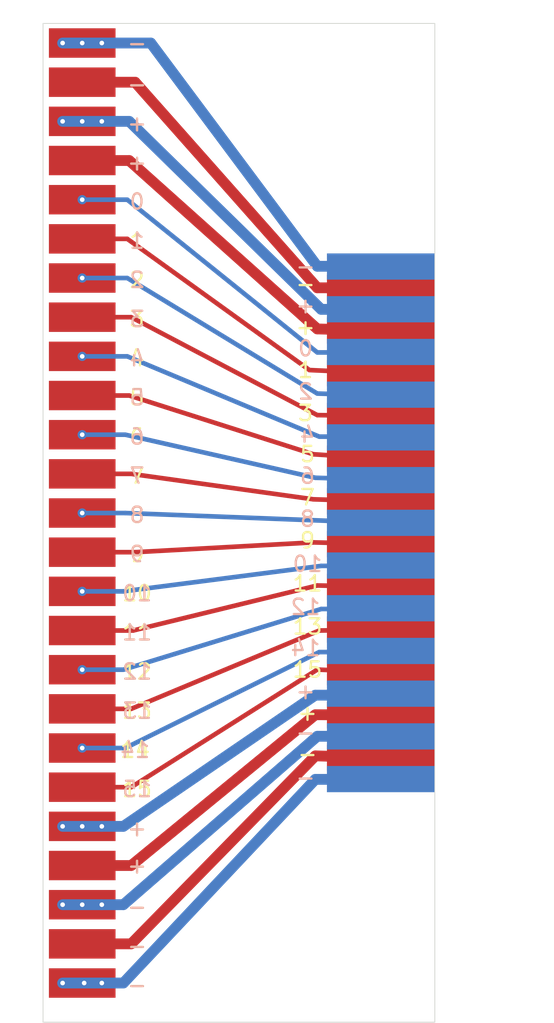
<source format=kicad_pcb>
(kicad_pcb (version 20171130) (host pcbnew 5.1.5+dfsg1-2build2)

  (general
    (thickness 1.6)
    (drawings 81)
    (tracks 102)
    (zones 0)
    (modules 2)
    (nets 21)
  )

  (page A4)
  (layers
    (0 F.Cu signal)
    (31 B.Cu signal)
    (32 B.Adhes user)
    (33 F.Adhes user)
    (34 B.Paste user)
    (35 F.Paste user)
    (36 B.SilkS user)
    (37 F.SilkS user)
    (38 B.Mask user)
    (39 F.Mask user)
    (40 Dwgs.User user)
    (41 Cmts.User user)
    (42 Eco1.User user)
    (43 Eco2.User user)
    (44 Edge.Cuts user)
    (45 Margin user)
    (46 B.CrtYd user)
    (47 F.CrtYd user)
    (48 B.Fab user)
    (49 F.Fab user)
  )

  (setup
    (last_trace_width 0.25)
    (user_trace_width 0.3)
    (user_trace_width 0.5)
    (user_trace_width 0.7)
    (trace_clearance 0.2)
    (zone_clearance 0.508)
    (zone_45_only no)
    (trace_min 0.2)
    (via_size 0.8)
    (via_drill 0.4)
    (via_min_size 0.4)
    (via_min_drill 0.3)
    (user_via 0.6 0.3)
    (uvia_size 0.3)
    (uvia_drill 0.1)
    (uvias_allowed no)
    (uvia_min_size 0.2)
    (uvia_min_drill 0.1)
    (edge_width 0.05)
    (segment_width 0.2)
    (pcb_text_width 0.3)
    (pcb_text_size 1.5 1.5)
    (mod_edge_width 0.12)
    (mod_text_size 1 1)
    (mod_text_width 0.15)
    (pad_size 1.524 1.524)
    (pad_drill 0.762)
    (pad_to_mask_clearance 0.051)
    (solder_mask_min_width 0.25)
    (aux_axis_origin 0 0)
    (visible_elements FFFFF77F)
    (pcbplotparams
      (layerselection 0x010fc_ffffffff)
      (usegerberextensions false)
      (usegerberattributes false)
      (usegerberadvancedattributes false)
      (creategerberjobfile false)
      (excludeedgelayer true)
      (linewidth 0.100000)
      (plotframeref false)
      (viasonmask false)
      (mode 1)
      (useauxorigin false)
      (hpglpennumber 1)
      (hpglpenspeed 20)
      (hpglpendiameter 15.000000)
      (psnegative false)
      (psa4output false)
      (plotreference true)
      (plotvalue true)
      (plotinvisibletext false)
      (padsonsilk false)
      (subtractmaskfromsilk false)
      (outputformat 1)
      (mirror false)
      (drillshape 1)
      (scaleselection 1)
      (outputdirectory ""))
  )

  (net 0 "")
  (net 1 L15)
  (net 2 L13)
  (net 3 L11)
  (net 4 L9)
  (net 5 L7)
  (net 6 L5)
  (net 7 L3)
  (net 8 L1)
  (net 9 L14)
  (net 10 L12)
  (net 11 L10)
  (net 12 L8)
  (net 13 L6)
  (net 14 L4)
  (net 15 L2)
  (net 16 L0)
  (net 17 VM8_15)
  (net 18 VP8_15)
  (net 19 VP0_7)
  (net 20 VM0_7)

  (net_class Default "This is the default net class."
    (clearance 0.2)
    (trace_width 0.25)
    (via_dia 0.8)
    (via_drill 0.4)
    (uvia_dia 0.3)
    (uvia_drill 0.1)
    (add_net L0)
    (add_net L1)
    (add_net L10)
    (add_net L11)
    (add_net L12)
    (add_net L13)
    (add_net L14)
    (add_net L15)
    (add_net L2)
    (add_net L3)
    (add_net L4)
    (add_net L5)
    (add_net L6)
    (add_net L7)
    (add_net L8)
    (add_net L9)
    (add_net VM0_7)
    (add_net VM8_15)
    (add_net VP0_7)
    (add_net VP8_15)
  )

  (module plc88:Connector_1x25_381_edge (layer F.Cu) (tedit 63628380) (tstamp 6362E948)
    (at 111.76 71.12)
    (path /63628342)
    (fp_text reference J2 (at 0 0.5) (layer F.SilkS) hide
      (effects (font (size 1 1) (thickness 0.15)))
    )
    (fp_text value Conn_01x25 (at 0 -0.5) (layer F.Fab) hide
      (effects (font (size 1 1) (thickness 0.15)))
    )
    (pad 25 smd rect (at 5.08 63.5) (size 4.32 1.91) (layers F.Cu F.Paste F.Mask)
      (net 17 VM8_15))
    (pad 24 smd rect (at 5.08 60.96) (size 4.32 1.91) (layers F.Cu F.Paste F.Mask)
      (net 17 VM8_15))
    (pad 23 smd rect (at 5.08 58.42) (size 4.32 1.91) (layers F.Cu F.Paste F.Mask)
      (net 17 VM8_15))
    (pad 22 smd rect (at 5.08 55.88) (size 4.32 1.91) (layers F.Cu F.Paste F.Mask)
      (net 18 VP8_15))
    (pad 21 smd rect (at 5.08 53.34) (size 4.32 1.91) (layers F.Cu F.Paste F.Mask)
      (net 18 VP8_15))
    (pad 20 smd rect (at 5.08 50.8) (size 4.32 1.91) (layers F.Cu F.Paste F.Mask)
      (net 1 L15))
    (pad 19 smd rect (at 5.08 48.26) (size 4.32 1.91) (layers F.Cu F.Paste F.Mask)
      (net 9 L14))
    (pad 18 smd rect (at 5.08 45.72) (size 4.32 1.91) (layers F.Cu F.Paste F.Mask)
      (net 2 L13))
    (pad 17 smd rect (at 5.08 43.18) (size 4.32 1.91) (layers F.Cu F.Paste F.Mask)
      (net 10 L12))
    (pad 16 smd rect (at 5.08 40.64) (size 4.32 1.91) (layers F.Cu F.Paste F.Mask)
      (net 3 L11))
    (pad 15 smd rect (at 5.08 38.1) (size 4.32 1.91) (layers F.Cu F.Paste F.Mask)
      (net 11 L10))
    (pad 14 smd rect (at 5.08 35.56) (size 4.32 1.91) (layers F.Cu F.Paste F.Mask)
      (net 4 L9))
    (pad 13 smd rect (at 5.08 33.02) (size 4.32 1.91) (layers F.Cu F.Paste F.Mask)
      (net 12 L8))
    (pad 12 smd rect (at 5.08 30.48) (size 4.32 1.91) (layers F.Cu F.Paste F.Mask)
      (net 5 L7))
    (pad 11 smd rect (at 5.08 27.94) (size 4.32 1.91) (layers F.Cu F.Paste F.Mask)
      (net 13 L6))
    (pad 10 smd rect (at 5.08 25.4) (size 4.32 1.91) (layers F.Cu F.Paste F.Mask)
      (net 6 L5))
    (pad 9 smd rect (at 5.08 22.86) (size 4.32 1.91) (layers F.Cu F.Paste F.Mask)
      (net 14 L4))
    (pad 8 smd rect (at 5.08 20.32) (size 4.32 1.91) (layers F.Cu F.Paste F.Mask)
      (net 7 L3))
    (pad 7 smd rect (at 5.08 17.78) (size 4.32 1.91) (layers F.Cu F.Paste F.Mask)
      (net 15 L2))
    (pad 6 smd rect (at 5.08 15.24) (size 4.32 1.91) (layers F.Cu F.Paste F.Mask)
      (net 8 L1))
    (pad 5 smd rect (at 5.08 12.7) (size 4.32 1.91) (layers F.Cu F.Paste F.Mask)
      (net 16 L0))
    (pad 4 smd rect (at 5.08 10.16) (size 4.32 1.91) (layers F.Cu F.Paste F.Mask)
      (net 19 VP0_7))
    (pad 3 smd rect (at 5.08 7.62) (size 4.32 1.91) (layers F.Cu F.Paste F.Mask)
      (net 19 VP0_7))
    (pad 2 smd rect (at 5.08 5.08) (size 4.32 1.91) (layers F.Cu F.Paste F.Mask)
      (net 20 VM0_7))
    (pad 1 smd rect (at 5.08 2.54) (size 4.32 1.91) (layers F.Cu F.Paste F.Mask)
      (net 20 VM0_7))
  )

  (module plc88:dsub25_edge (layer F.Cu) (tedit 6395AFCB) (tstamp 6362E92B)
    (at 132.715 85.665)
    (path /6363B9DD)
    (fp_text reference J1 (at 11.8364 -1.2526) (layer F.SilkS) hide
      (effects (font (size 1 1) (thickness 0.15)))
    )
    (fp_text value DB25 (at 11.8364 -2.2526) (layer F.Fab) hide
      (effects (font (size 1 1) (thickness 0.15)))
    )
    (pad 25 smd rect (at 3.49 34.34) (size 7 1.7) (layers F.Cu F.Paste F.Mask)
      (net 17 VM8_15))
    (pad 24 smd rect (at 3.49 31.57) (size 7 1.7) (layers F.Cu F.Paste F.Mask)
      (net 18 VP8_15))
    (pad 23 smd rect (at 3.49 28.8) (size 7 1.7) (layers F.Cu F.Paste F.Mask)
      (net 1 L15))
    (pad 22 smd rect (at 3.49 26.03) (size 7 1.7) (layers F.Cu F.Paste F.Mask)
      (net 2 L13))
    (pad 21 smd rect (at 3.49 23.26) (size 7 1.7) (layers F.Cu F.Paste F.Mask)
      (net 3 L11))
    (pad 20 smd rect (at 3.49 20.49) (size 7 1.7) (layers F.Cu F.Paste F.Mask)
      (net 4 L9))
    (pad 19 smd rect (at 3.49 17.72) (size 7 1.7) (layers F.Cu F.Paste F.Mask)
      (net 5 L7))
    (pad 18 smd rect (at 3.49 14.95) (size 7 1.7) (layers F.Cu F.Paste F.Mask)
      (net 6 L5))
    (pad 17 smd rect (at 3.49 12.18) (size 7 1.7) (layers F.Cu F.Paste F.Mask)
      (net 7 L3))
    (pad 16 smd rect (at 3.49 9.41) (size 7 1.7) (layers F.Cu F.Paste F.Mask)
      (net 8 L1))
    (pad 15 smd rect (at 3.49 6.64) (size 7 1.7) (layers F.Cu F.Paste F.Mask)
      (net 19 VP0_7))
    (pad 14 smd rect (at 3.49 3.87) (size 7 1.7) (layers F.Cu F.Paste F.Mask)
      (net 20 VM0_7))
    (pad 13 smd rect (at 3.49 35.73) (size 7 1.7) (layers B.Cu B.Paste B.Mask)
      (net 17 VM8_15))
    (pad 12 smd rect (at 3.49 32.96) (size 7 1.7) (layers B.Cu B.Paste B.Mask)
      (net 17 VM8_15))
    (pad 11 smd rect (at 3.49 30.19) (size 7 1.7) (layers B.Cu B.Paste B.Mask)
      (net 18 VP8_15))
    (pad 10 smd rect (at 3.49 27.42) (size 7 1.7) (layers B.Cu B.Paste B.Mask)
      (net 9 L14))
    (pad 9 smd rect (at 3.49 24.65) (size 7 1.7) (layers B.Cu B.Paste B.Mask)
      (net 10 L12))
    (pad 8 smd rect (at 3.49 21.88) (size 7 1.7) (layers B.Cu B.Paste B.Mask)
      (net 11 L10))
    (pad 7 smd rect (at 3.49 19.11) (size 7 1.7) (layers B.Cu B.Paste B.Mask)
      (net 12 L8))
    (pad 6 smd rect (at 3.49 16.34) (size 7 1.7) (layers B.Cu B.Paste B.Mask)
      (net 13 L6))
    (pad 5 smd rect (at 3.49 13.57) (size 7 1.7) (layers B.Cu B.Paste B.Mask)
      (net 14 L4))
    (pad 4 smd rect (at 3.49 10.8) (size 7 1.7) (layers B.Cu B.Paste B.Mask)
      (net 15 L2))
    (pad 3 smd rect (at 3.49 8.03) (size 7 1.7) (layers B.Cu B.Paste B.Mask)
      (net 16 L0))
    (pad 2 smd rect (at 3.49 5.26) (size 7 1.7) (layers B.Cu B.Paste B.Mask)
      (net 19 VP0_7))
    (pad 1 smd rect (at 3.49 2.49) (size 7 1.7) (layers B.Cu B.Paste B.Mask)
      (net 20 VM0_7))
  )

  (gr_text - (at 131.318 88.138) (layer B.SilkS)
    (effects (font (size 1 1) (thickness 0.15)) (justify mirror))
  )
  (gr_text + (at 131.318 90.678) (layer B.SilkS)
    (effects (font (size 1 1) (thickness 0.15)) (justify mirror))
  )
  (gr_text 0 (at 131.318 93.472) (layer B.SilkS)
    (effects (font (size 1 1) (thickness 0.15)) (justify mirror))
  )
  (gr_text 2 (at 131.318 96.266) (layer B.SilkS)
    (effects (font (size 1 1) (thickness 0.15)) (justify mirror))
  )
  (gr_text 4 (at 131.445 99.06) (layer B.SilkS)
    (effects (font (size 1 1) (thickness 0.15)) (justify mirror))
  )
  (gr_text 6 (at 131.445 101.727) (layer B.SilkS)
    (effects (font (size 1 1) (thickness 0.15)) (justify mirror))
  )
  (gr_text 8 (at 131.445 104.521) (layer B.SilkS)
    (effects (font (size 1 1) (thickness 0.15)) (justify mirror))
  )
  (gr_text 10 (at 131.445 107.442) (layer B.SilkS)
    (effects (font (size 1 1) (thickness 0.15)) (justify mirror))
  )
  (gr_text 12 (at 131.318 110.236) (layer B.SilkS)
    (effects (font (size 1 1) (thickness 0.15)) (justify mirror))
  )
  (gr_text 14 (at 131.318 112.903) (layer B.SilkS)
    (effects (font (size 1 1) (thickness 0.15)) (justify mirror))
  )
  (gr_text + (at 131.318 115.697) (layer B.SilkS)
    (effects (font (size 1 1) (thickness 0.15)) (justify mirror))
  )
  (gr_text - (at 131.318 118.364) (layer B.SilkS)
    (effects (font (size 1 1) (thickness 0.15)) (justify mirror))
  )
  (gr_text - (at 131.318 121.285) (layer B.SilkS)
    (effects (font (size 1 1) (thickness 0.15)) (justify mirror))
  )
  (gr_text - (at 131.445 119.761) (layer F.SilkS)
    (effects (font (size 1 1) (thickness 0.15)))
  )
  (gr_text + (at 131.445 117.094) (layer F.SilkS)
    (effects (font (size 1 1) (thickness 0.15)))
  )
  (gr_text 15 (at 131.445 114.3) (layer F.SilkS)
    (effects (font (size 1 1) (thickness 0.15)))
  )
  (gr_text 13 (at 131.445 111.506) (layer F.SilkS)
    (effects (font (size 1 1) (thickness 0.15)))
  )
  (gr_text 11 (at 131.445 108.712) (layer F.SilkS)
    (effects (font (size 1 1) (thickness 0.15)))
  )
  (gr_text 9 (at 131.445 105.918) (layer F.SilkS)
    (effects (font (size 1 1) (thickness 0.15)))
  )
  (gr_text 7 (at 131.445 103.124) (layer F.SilkS)
    (effects (font (size 1 1) (thickness 0.15)))
  )
  (gr_text 5 (at 131.445 100.33) (layer F.SilkS)
    (effects (font (size 1 1) (thickness 0.15)))
  )
  (gr_text 3 (at 131.318 97.663) (layer F.SilkS)
    (effects (font (size 1 1) (thickness 0.15)))
  )
  (gr_text 1 (at 131.318 94.869) (layer F.SilkS)
    (effects (font (size 1 1) (thickness 0.15)))
  )
  (gr_text + (at 131.318 92.075) (layer F.SilkS)
    (effects (font (size 1 1) (thickness 0.15)))
  )
  (gr_text - (at 131.318 89.281) (layer F.SilkS)
    (effects (font (size 1 1) (thickness 0.15)))
  )
  (gr_text 9 (at 120.396 106.807) (layer B.SilkS) (tstamp 6362ED92)
    (effects (font (size 1 1) (thickness 0.15)) (justify mirror))
  )
  (gr_text 10 (at 120.396 109.347) (layer B.SilkS) (tstamp 6362ED91)
    (effects (font (size 1 1) (thickness 0.15)) (justify mirror))
  )
  (gr_text 8 (at 120.396 104.267) (layer B.SilkS) (tstamp 6362ED90)
    (effects (font (size 1 1) (thickness 0.15)) (justify mirror))
  )
  (gr_text 11 (at 120.396 111.887) (layer B.SilkS) (tstamp 6362ED8F)
    (effects (font (size 1 1) (thickness 0.15)) (justify mirror))
  )
  (gr_text 4 (at 120.396 94.107) (layer B.SilkS) (tstamp 6362ED8E)
    (effects (font (size 1 1) (thickness 0.15)) (justify mirror))
  )
  (gr_text 3 (at 120.396 91.567) (layer B.SilkS) (tstamp 6362ED8D)
    (effects (font (size 1 1) (thickness 0.15)) (justify mirror))
  )
  (gr_text - (at 120.396 73.66) (layer B.SilkS) (tstamp 6362ED8C)
    (effects (font (size 1 1) (thickness 0.15)) (justify mirror))
  )
  (gr_text 12 (at 120.396 114.427) (layer B.SilkS) (tstamp 6362ED8B)
    (effects (font (size 1 1) (thickness 0.15)) (justify mirror))
  )
  (gr_text + (at 120.396 127) (layer B.SilkS) (tstamp 6362ED8A)
    (effects (font (size 1 1) (thickness 0.15)) (justify mirror))
  )
  (gr_text 13 (at 120.396 116.967) (layer B.SilkS) (tstamp 6362ED89)
    (effects (font (size 1 1) (thickness 0.15)) (justify mirror))
  )
  (gr_text - (at 120.396 76.327) (layer B.SilkS) (tstamp 6362ED88)
    (effects (font (size 1 1) (thickness 0.15)) (justify mirror))
  )
  (gr_text + (at 120.396 124.587) (layer B.SilkS) (tstamp 6362ED87)
    (effects (font (size 1 1) (thickness 0.15)) (justify mirror))
  )
  (gr_text 1 (at 120.396 86.487) (layer B.SilkS) (tstamp 6362ED86)
    (effects (font (size 1 1) (thickness 0.15)) (justify mirror))
  )
  (gr_text - (at 120.396 134.747) (layer B.SilkS) (tstamp 6362ED84)
    (effects (font (size 1 1) (thickness 0.15)) (justify mirror))
  )
  (gr_text - (at 120.396 129.667) (layer B.SilkS) (tstamp 6362ED83)
    (effects (font (size 1 1) (thickness 0.15)) (justify mirror))
  )
  (gr_text 6 (at 120.396 99.187) (layer B.SilkS) (tstamp 6362ED82)
    (effects (font (size 1 1) (thickness 0.15)) (justify mirror))
  )
  (gr_text 5 (at 120.396 96.647) (layer B.SilkS) (tstamp 6362ED81)
    (effects (font (size 1 1) (thickness 0.15)) (justify mirror))
  )
  (gr_text 2 (at 120.396 89.027) (layer B.SilkS) (tstamp 6362ED80)
    (effects (font (size 1 1) (thickness 0.15)) (justify mirror))
  )
  (gr_text 7 (at 120.396 101.727) (layer B.SilkS) (tstamp 6362ED7F)
    (effects (font (size 1 1) (thickness 0.15)) (justify mirror))
  )
  (gr_text 14 (at 120.269 119.507) (layer B.SilkS) (tstamp 6362ED7E)
    (effects (font (size 1 1) (thickness 0.15)) (justify mirror))
  )
  (gr_text + (at 120.396 81.407) (layer B.SilkS) (tstamp 6362ED7D)
    (effects (font (size 1 1) (thickness 0.15)) (justify mirror))
  )
  (gr_text + (at 120.396 78.867) (layer B.SilkS) (tstamp 6362ED7C)
    (effects (font (size 1 1) (thickness 0.15)) (justify mirror))
  )
  (gr_text - (at 120.396 132.207) (layer B.SilkS) (tstamp 6362ED7B)
    (effects (font (size 1 1) (thickness 0.15)) (justify mirror))
  )
  (gr_text 0 (at 120.396 83.947) (layer B.SilkS) (tstamp 6362ED7A)
    (effects (font (size 1 1) (thickness 0.15)) (justify mirror))
  )
  (gr_text 15 (at 120.396 122.047) (layer B.SilkS) (tstamp 6362ED79)
    (effects (font (size 1 1) (thickness 0.15)) (justify mirror))
  )
  (gr_text 15 (at 120.396 122.047) (layer F.SilkS)
    (effects (font (size 1 1) (thickness 0.15)))
  )
  (gr_text 14 (at 120.269 119.507) (layer F.SilkS)
    (effects (font (size 1 1) (thickness 0.15)))
  )
  (gr_text 13 (at 120.396 116.967) (layer F.SilkS)
    (effects (font (size 1 1) (thickness 0.15)))
  )
  (gr_text 12 (at 120.396 114.427) (layer F.SilkS)
    (effects (font (size 1 1) (thickness 0.15)))
  )
  (gr_text 11 (at 120.396 111.887) (layer F.SilkS)
    (effects (font (size 1 1) (thickness 0.15)))
  )
  (gr_text 10 (at 120.396 109.347) (layer F.SilkS)
    (effects (font (size 1 1) (thickness 0.15)))
  )
  (gr_text 9 (at 120.396 106.807) (layer F.SilkS)
    (effects (font (size 1 1) (thickness 0.15)))
  )
  (gr_text 8 (at 120.396 104.267) (layer F.SilkS)
    (effects (font (size 1 1) (thickness 0.15)))
  )
  (gr_text 7 (at 120.396 101.727) (layer F.SilkS)
    (effects (font (size 1 1) (thickness 0.15)))
  )
  (gr_text 6 (at 120.396 99.187) (layer F.SilkS)
    (effects (font (size 1 1) (thickness 0.15)))
  )
  (gr_text 5 (at 120.396 96.647) (layer F.SilkS)
    (effects (font (size 1 1) (thickness 0.15)))
  )
  (gr_text 4 (at 120.396 94.107) (layer F.SilkS)
    (effects (font (size 1 1) (thickness 0.15)))
  )
  (gr_text 3 (at 120.396 91.567) (layer F.SilkS)
    (effects (font (size 1 1) (thickness 0.15)))
  )
  (gr_text 2 (at 120.396 89.027) (layer F.SilkS)
    (effects (font (size 1 1) (thickness 0.15)))
  )
  (gr_text 1 (at 120.396 86.487) (layer F.SilkS)
    (effects (font (size 1 1) (thickness 0.15)))
  )
  (gr_text 0 (at 120.396 83.947) (layer F.SilkS)
    (effects (font (size 1 1) (thickness 0.15)))
  )
  (gr_text - (at 120.396 129.667) (layer F.SilkS)
    (effects (font (size 1 1) (thickness 0.15)))
  )
  (gr_text + (at 120.396 124.587) (layer F.SilkS)
    (effects (font (size 1 1) (thickness 0.15)))
  )
  (gr_text + (at 120.396 127) (layer F.SilkS)
    (effects (font (size 1 1) (thickness 0.15)))
  )
  (gr_text - (at 120.396 132.207) (layer F.SilkS)
    (effects (font (size 1 1) (thickness 0.15)))
  )
  (gr_text - (at 120.396 134.747) (layer F.SilkS)
    (effects (font (size 1 1) (thickness 0.15)))
  )
  (gr_text + (at 120.396 81.407) (layer F.SilkS)
    (effects (font (size 1 1) (thickness 0.15)))
  )
  (gr_text + (at 120.396 78.867) (layer F.SilkS)
    (effects (font (size 1 1) (thickness 0.15)))
  )
  (gr_text - (at 120.396 76.327) (layer F.SilkS)
    (effects (font (size 1 1) (thickness 0.15)))
  )
  (gr_text - (at 120.396 73.66) (layer F.SilkS)
    (effects (font (size 1 1) (thickness 0.15)))
  )
  (dimension 32.385 (width 0.15) (layer F.Fab) (tstamp 6362EC31)
    (gr_text "32,385 mm" (at 146.08 88.5825 90) (layer F.Fab) (tstamp 6362EC31)
      (effects (font (size 1 1) (thickness 0.15)))
    )
    (feature1 (pts (xy 139.7 72.39) (xy 145.366421 72.39)))
    (feature2 (pts (xy 139.7 104.775) (xy 145.366421 104.775)))
    (crossbar (pts (xy 144.78 104.775) (xy 144.78 72.39)))
    (arrow1a (pts (xy 144.78 72.39) (xy 145.366421 73.516504)))
    (arrow1b (pts (xy 144.78 72.39) (xy 144.193579 73.516504)))
    (arrow2a (pts (xy 144.78 104.775) (xy 145.366421 103.648496)))
    (arrow2b (pts (xy 144.78 104.775) (xy 144.193579 103.648496)))
  )
  (dimension 32.385 (width 0.15) (layer F.Fab)
    (gr_text "32,385 mm" (at 146.08 120.9675 90) (layer F.Fab)
      (effects (font (size 1 1) (thickness 0.15)))
    )
    (feature1 (pts (xy 139.7 104.775) (xy 145.366421 104.775)))
    (feature2 (pts (xy 139.7 137.16) (xy 145.366421 137.16)))
    (crossbar (pts (xy 144.78 137.16) (xy 144.78 104.775)))
    (arrow1a (pts (xy 144.78 104.775) (xy 145.366421 105.901504)))
    (arrow1b (pts (xy 144.78 104.775) (xy 144.193579 105.901504)))
    (arrow2a (pts (xy 144.78 137.16) (xy 145.366421 136.033496)))
    (arrow2b (pts (xy 144.78 137.16) (xy 144.193579 136.033496)))
  )
  (gr_line (start 114.3 137.16) (end 114.3 72.39) (layer Edge.Cuts) (width 0.05) (tstamp 6362EBE8))
  (gr_line (start 139.7 137.16) (end 114.3 137.16) (layer Edge.Cuts) (width 0.05))
  (gr_line (start 139.7 72.39) (end 139.7 137.16) (layer Edge.Cuts) (width 0.05))
  (gr_line (start 114.3 72.39) (end 139.7 72.39) (layer Edge.Cuts) (width 0.05))

  (segment (start 120.015 121.92) (end 116.84 121.92) (width 0.3) (layer F.Cu) (net 1))
  (segment (start 132.08 114.29329) (end 120.015 121.92) (width 0.3) (layer F.Cu) (net 1))
  (segment (start 136.205 114.465) (end 132.08 114.29329) (width 0.3) (layer F.Cu) (net 1))
  (segment (start 120.015 116.84) (end 116.84 116.84) (width 0.3) (layer F.Cu) (net 2))
  (segment (start 132.207 111.76) (end 120.015 116.84) (width 0.3) (layer F.Cu) (net 2))
  (segment (start 136.205 111.695) (end 132.207 111.76) (width 0.3) (layer F.Cu) (net 2))
  (segment (start 120.142 111.76) (end 116.84 111.76) (width 0.3) (layer F.Cu) (net 3))
  (segment (start 132.08 108.839) (end 120.142 111.76) (width 0.3) (layer F.Cu) (net 3))
  (segment (start 136.205 108.925) (end 132.08 108.839) (width 0.3) (layer F.Cu) (net 3))
  (segment (start 120.269 106.68) (end 116.84 106.68) (width 0.3) (layer F.Cu) (net 4))
  (segment (start 131.826 106.045) (end 120.269 106.68) (width 0.3) (layer F.Cu) (net 4))
  (segment (start 136.205 106.155) (end 131.826 106.045) (width 0.3) (layer F.Cu) (net 4))
  (segment (start 120.015 101.6) (end 116.84 101.6) (width 0.3) (layer F.Cu) (net 5))
  (segment (start 131.826 103.251) (end 120.015 101.6) (width 0.3) (layer F.Cu) (net 5))
  (segment (start 136.205 103.385) (end 131.826 103.251) (width 0.3) (layer F.Cu) (net 5))
  (segment (start 131.826 100.33) (end 119.888 96.52) (width 0.3) (layer F.Cu) (net 6))
  (segment (start 119.888 96.52) (end 116.84 96.52) (width 0.3) (layer F.Cu) (net 6))
  (segment (start 136.205 100.615) (end 131.826 100.33) (width 0.3) (layer F.Cu) (net 6))
  (segment (start 120.015 91.44) (end 116.84 91.44) (width 0.3) (layer F.Cu) (net 7))
  (segment (start 132.08 97.79) (end 120.015 91.44) (width 0.3) (layer F.Cu) (net 7))
  (segment (start 136.205 97.845) (end 132.08 97.79) (width 0.3) (layer F.Cu) (net 7))
  (segment (start 119.761 86.36) (end 116.84 86.36) (width 0.3) (layer F.Cu) (net 8))
  (segment (start 131.572 94.869) (end 119.761 86.36) (width 0.3) (layer F.Cu) (net 8))
  (segment (start 136.205 95.075) (end 131.572 94.869) (width 0.3) (layer F.Cu) (net 8))
  (via (at 116.84 119.38) (size 0.6) (drill 0.3) (layers F.Cu B.Cu) (net 9))
  (segment (start 132.207 113.157) (end 136.144 113.157) (width 0.3) (layer B.Cu) (net 9))
  (segment (start 119.634 119.38) (end 132.207 113.157) (width 0.3) (layer B.Cu) (net 9))
  (segment (start 116.84 119.38) (end 119.634 119.38) (width 0.3) (layer B.Cu) (net 9))
  (via (at 116.84 114.3) (size 0.6) (drill 0.3) (layers F.Cu B.Cu) (net 10))
  (segment (start 132.334 110.363) (end 136.144 110.363) (width 0.3) (layer B.Cu) (net 10))
  (segment (start 119.507 114.3) (end 132.334 110.363) (width 0.3) (layer B.Cu) (net 10))
  (segment (start 116.84 114.3) (end 119.507 114.3) (width 0.3) (layer B.Cu) (net 10))
  (via (at 116.84 109.22) (size 0.6) (drill 0.3) (layers F.Cu B.Cu) (net 11))
  (segment (start 132.334 107.569) (end 136.271 107.569) (width 0.3) (layer B.Cu) (net 11))
  (segment (start 119.507 109.22) (end 132.334 107.569) (width 0.3) (layer B.Cu) (net 11))
  (segment (start 116.84 109.22) (end 119.507 109.22) (width 0.3) (layer B.Cu) (net 11))
  (via (at 116.84 104.14) (size 0.6) (drill 0.3) (layers F.Cu B.Cu) (net 12))
  (segment (start 119.634 104.14) (end 136.144 104.775) (width 0.3) (layer B.Cu) (net 12))
  (segment (start 116.84 104.14) (end 119.634 104.14) (width 0.3) (layer B.Cu) (net 12))
  (via (at 116.84 99.06) (size 0.6) (drill 0.3) (layers F.Cu B.Cu) (net 13))
  (segment (start 131.953 101.854) (end 136.271 101.981) (width 0.3) (layer B.Cu) (net 13))
  (segment (start 119.634 99.06) (end 131.953 101.854) (width 0.3) (layer B.Cu) (net 13))
  (segment (start 116.84 99.06) (end 119.634 99.06) (width 0.3) (layer B.Cu) (net 13))
  (via (at 116.84 93.98) (size 0.6) (drill 0.3) (layers F.Cu B.Cu) (net 14))
  (segment (start 132.207 99.187) (end 136.271 99.187) (width 0.3) (layer B.Cu) (net 14))
  (segment (start 119.761 93.98) (end 132.207 99.187) (width 0.3) (layer B.Cu) (net 14))
  (segment (start 116.84 93.98) (end 119.761 93.98) (width 0.3) (layer B.Cu) (net 14))
  (via (at 116.84 88.9) (size 0.6) (drill 0.3) (layers F.Cu B.Cu) (net 15))
  (segment (start 132.08 96.393) (end 136.398 96.52) (width 0.3) (layer B.Cu) (net 15))
  (segment (start 119.761 88.9) (end 132.08 96.393) (width 0.3) (layer B.Cu) (net 15))
  (segment (start 116.84 88.9) (end 119.761 88.9) (width 0.3) (layer B.Cu) (net 15))
  (via (at 116.84 83.82) (size 0.6) (drill 0.3) (layers F.Cu B.Cu) (net 16))
  (segment (start 119.761 83.82) (end 116.84 83.82) (width 0.3) (layer B.Cu) (net 16))
  (segment (start 132.08 93.726) (end 119.761 83.82) (width 0.3) (layer B.Cu) (net 16))
  (segment (start 136.144 93.726) (end 132.08 93.726) (width 0.3) (layer B.Cu) (net 16))
  (via (at 115.57 129.54) (size 0.6) (drill 0.3) (layers F.Cu B.Cu) (net 17))
  (via (at 116.84 129.54) (size 0.6) (drill 0.3) (layers F.Cu B.Cu) (net 17))
  (via (at 118.11 129.54) (size 0.6) (drill 0.3) (layers F.Cu B.Cu) (net 17))
  (via (at 118.11 134.62) (size 0.6) (drill 0.3) (layers F.Cu B.Cu) (net 17))
  (via (at 116.967 134.62) (size 0.6) (drill 0.3) (layers F.Cu B.Cu) (net 17))
  (via (at 115.57 134.62) (size 0.6) (drill 0.3) (layers F.Cu B.Cu) (net 17))
  (segment (start 115.57 129.54) (end 118.11 129.54) (width 0.7) (layer B.Cu) (net 17))
  (segment (start 115.57 134.62) (end 118.11 134.62) (width 0.7) (layer B.Cu) (net 17))
  (segment (start 120.015 132.08) (end 116.84 132.08) (width 0.7) (layer F.Cu) (net 17))
  (segment (start 131.953 119.888) (end 120.015 132.08) (width 0.7) (layer F.Cu) (net 17))
  (segment (start 136.205 120.005) (end 131.953 119.888) (width 0.7) (layer F.Cu) (net 17))
  (segment (start 131.953 121.412) (end 136.271 121.412) (width 0.7) (layer B.Cu) (net 17))
  (segment (start 119.507 134.62) (end 131.953 121.412) (width 0.7) (layer B.Cu) (net 17))
  (segment (start 118.11 134.62) (end 119.507 134.62) (width 0.7) (layer B.Cu) (net 17))
  (segment (start 132.08 118.618) (end 136.017 118.618) (width 0.7) (layer B.Cu) (net 17))
  (segment (start 119.507 129.54) (end 132.08 118.618) (width 0.7) (layer B.Cu) (net 17))
  (segment (start 118.11 129.54) (end 119.507 129.54) (width 0.7) (layer B.Cu) (net 17))
  (via (at 115.57 124.46) (size 0.6) (drill 0.3) (layers F.Cu B.Cu) (net 18))
  (via (at 116.84 124.46) (size 0.6) (drill 0.3) (layers F.Cu B.Cu) (net 18))
  (via (at 118.11 124.46) (size 0.6) (drill 0.3) (layers F.Cu B.Cu) (net 18))
  (segment (start 115.57 124.46) (end 118.11 124.46) (width 0.7) (layer B.Cu) (net 18))
  (segment (start 120.015 127) (end 116.84 127) (width 0.7) (layer F.Cu) (net 18))
  (segment (start 131.953 117.221) (end 120.015 127) (width 0.7) (layer F.Cu) (net 18))
  (segment (start 136.205 117.235) (end 131.953 117.221) (width 0.7) (layer F.Cu) (net 18))
  (segment (start 131.953 115.951) (end 136.271 115.951) (width 0.7) (layer B.Cu) (net 18))
  (segment (start 119.507 124.46) (end 131.953 115.951) (width 0.7) (layer B.Cu) (net 18))
  (segment (start 118.11 124.46) (end 119.507 124.46) (width 0.7) (layer B.Cu) (net 18))
  (via (at 118.11 78.74) (size 0.6) (drill 0.3) (layers F.Cu B.Cu) (net 19))
  (via (at 116.84 78.74) (size 0.6) (drill 0.3) (layers F.Cu B.Cu) (net 19))
  (via (at 115.57 78.74) (size 0.6) (drill 0.3) (layers F.Cu B.Cu) (net 19))
  (segment (start 115.57 78.74) (end 118.11 78.74) (width 0.7) (layer B.Cu) (net 19))
  (segment (start 119.888 81.28) (end 116.84 81.28) (width 0.7) (layer F.Cu) (net 19))
  (segment (start 132.08 92.202) (end 119.888 81.28) (width 0.7) (layer F.Cu) (net 19))
  (segment (start 136.205 92.305) (end 132.08 92.202) (width 0.7) (layer F.Cu) (net 19))
  (segment (start 132.334 90.932) (end 136.398 90.932) (width 0.7) (layer B.Cu) (net 19))
  (segment (start 119.888 78.74) (end 132.334 90.932) (width 0.7) (layer B.Cu) (net 19))
  (segment (start 118.11 78.74) (end 119.888 78.74) (width 0.7) (layer B.Cu) (net 19))
  (via (at 115.57 73.66) (size 0.6) (drill 0.3) (layers F.Cu B.Cu) (net 20))
  (via (at 116.84 73.66) (size 0.6) (drill 0.3) (layers F.Cu B.Cu) (net 20))
  (via (at 118.11 73.66) (size 0.6) (drill 0.3) (layers F.Cu B.Cu) (net 20))
  (segment (start 115.57 73.66) (end 118.11 73.66) (width 0.7) (layer B.Cu) (net 20))
  (segment (start 120.269 76.2) (end 116.84 76.2) (width 0.7) (layer F.Cu) (net 20))
  (segment (start 132.08 89.535) (end 120.269 76.2) (width 0.7) (layer F.Cu) (net 20))
  (segment (start 136.205 89.535) (end 132.08 89.535) (width 0.7) (layer F.Cu) (net 20))
  (segment (start 132.08 88.138) (end 136.652 88.138) (width 0.7) (layer B.Cu) (net 20))
  (segment (start 121.285 73.66) (end 132.08 88.138) (width 0.7) (layer B.Cu) (net 20))
  (segment (start 118.11 73.66) (end 121.285 73.66) (width 0.7) (layer B.Cu) (net 20))

)

</source>
